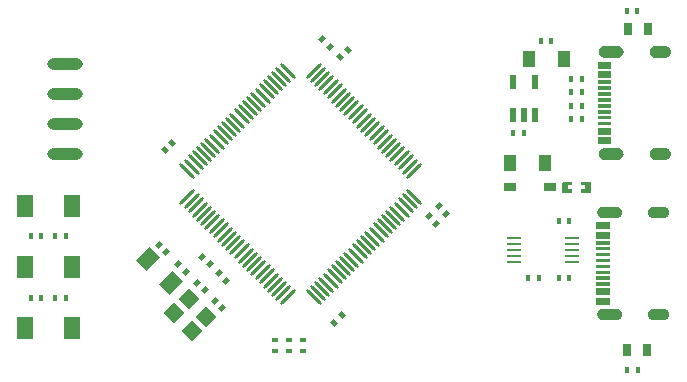
<source format=gtp>
G04*
G04 #@! TF.GenerationSoftware,Altium Limited,Altium Designer,20.2.6 (244)*
G04*
G04 Layer_Color=8421504*
%FSLAX25Y25*%
%MOIN*%
G70*
G04*
G04 #@! TF.SameCoordinates,BD9F10C3-12C2-414E-BCE1-0B8FED7F425F*
G04*
G04*
G04 #@! TF.FilePolarity,Positive*
G04*
G01*
G75*
G04:AMPARAMS|DCode=20|XSize=62.99mil|YSize=47.24mil|CornerRadius=0mil|HoleSize=0mil|Usage=FLASHONLY|Rotation=225.000|XOffset=0mil|YOffset=0mil|HoleType=Round|Shape=Rectangle|*
%AMROTATEDRECTD20*
4,1,4,0.00557,0.03897,0.03897,0.00557,-0.00557,-0.03897,-0.03897,-0.00557,0.00557,0.03897,0.0*
%
%ADD20ROTATEDRECTD20*%

G04:AMPARAMS|DCode=21|XSize=15.75mil|YSize=19.68mil|CornerRadius=0mil|HoleSize=0mil|Usage=FLASHONLY|Rotation=315.000|XOffset=0mil|YOffset=0mil|HoleType=Round|Shape=Rectangle|*
%AMROTATEDRECTD21*
4,1,4,-0.01253,-0.00139,0.00139,0.01253,0.01253,0.00139,-0.00139,-0.01253,-0.01253,-0.00139,0.0*
%
%ADD21ROTATEDRECTD21*%

%ADD22R,0.01575X0.01968*%
%ADD23R,0.03937X0.05512*%
%ADD24R,0.01968X0.04724*%
%ADD25R,0.03937X0.03150*%
%ADD26R,0.05827X0.07480*%
%ADD27O,0.11811X0.03937*%
G04:AMPARAMS|DCode=28|XSize=15.75mil|YSize=19.68mil|CornerRadius=0mil|HoleSize=0mil|Usage=FLASHONLY|Rotation=225.000|XOffset=0mil|YOffset=0mil|HoleType=Round|Shape=Rectangle|*
%AMROTATEDRECTD28*
4,1,4,-0.00139,0.01253,0.01253,-0.00139,0.00139,-0.01253,-0.01253,0.00139,-0.00139,0.01253,0.0*
%
%ADD28ROTATEDRECTD28*%

%ADD29R,0.01968X0.01575*%
%ADD30R,0.03150X0.03937*%
%ADD31R,0.04724X0.00984*%
%ADD32O,0.04724X0.00984*%
G04:AMPARAMS|DCode=33|XSize=11.81mil|YSize=70.87mil|CornerRadius=0mil|HoleSize=0mil|Usage=FLASHONLY|Rotation=45.000|XOffset=0mil|YOffset=0mil|HoleType=Round|Shape=Round|*
%AMOVALD33*
21,1,0.05906,0.01181,0.00000,0.00000,135.0*
1,1,0.01181,0.02088,-0.02088*
1,1,0.01181,-0.02088,0.02088*
%
%ADD33OVALD33*%

G04:AMPARAMS|DCode=34|XSize=11.81mil|YSize=70.87mil|CornerRadius=0mil|HoleSize=0mil|Usage=FLASHONLY|Rotation=135.000|XOffset=0mil|YOffset=0mil|HoleType=Round|Shape=Round|*
%AMOVALD34*
21,1,0.05906,0.01181,0.00000,0.00000,225.0*
1,1,0.01181,0.02088,0.02088*
1,1,0.01181,-0.02088,-0.02088*
%
%ADD34OVALD34*%

G04:AMPARAMS|DCode=35|XSize=51.18mil|YSize=47.24mil|CornerRadius=0mil|HoleSize=0mil|Usage=FLASHONLY|Rotation=135.000|XOffset=0mil|YOffset=0mil|HoleType=Round|Shape=Rectangle|*
%AMROTATEDRECTD35*
4,1,4,0.03480,-0.00139,0.00139,-0.03480,-0.03480,0.00139,-0.00139,0.03480,0.03480,-0.00139,0.0*
%
%ADD35ROTATEDRECTD35*%

G36*
X358974Y224974D02*
X359072Y224967D01*
X359169Y224955D01*
X359266Y224938D01*
X359362Y224916D01*
X359456Y224889D01*
X359549Y224858D01*
X359640Y224822D01*
X359730Y224782D01*
X359817Y224737D01*
X359902Y224688D01*
X359985Y224635D01*
X360064Y224577D01*
X360141Y224516D01*
X360215Y224451D01*
X360285Y224382D01*
X360352Y224310D01*
X360415Y224235D01*
X360474Y224157D01*
X360529Y224076D01*
X360581Y223992D01*
X360628Y223906D01*
X360670Y223818D01*
X360708Y223727D01*
X360742Y223635D01*
X360771Y223541D01*
X360795Y223446D01*
X360814Y223350D01*
X360829Y223253D01*
X360839Y223155D01*
X360844Y223057D01*
Y222959D01*
X360839Y222861D01*
X360829Y222763D01*
X360814Y222666D01*
X360795Y222570D01*
X360771Y222475D01*
X360742Y222381D01*
X360708Y222289D01*
X360670Y222198D01*
X360628Y222110D01*
X360581Y222024D01*
X360529Y221940D01*
X360474Y221859D01*
X360415Y221781D01*
X360352Y221706D01*
X360285Y221634D01*
X360215Y221565D01*
X360141Y221500D01*
X360064Y221439D01*
X359985Y221381D01*
X359902Y221328D01*
X359817Y221279D01*
X359730Y221234D01*
X359640Y221194D01*
X359549Y221158D01*
X359456Y221127D01*
X359362Y221100D01*
X359266Y221078D01*
X359169Y221061D01*
X359072Y221049D01*
X358974Y221042D01*
X358876Y221040D01*
X355726D01*
X355628Y221042D01*
X355530Y221049D01*
X355433Y221061D01*
X355336Y221078D01*
X355241Y221100D01*
X355146Y221127D01*
X355053Y221158D01*
X354962Y221194D01*
X354872Y221234D01*
X354785Y221279D01*
X354700Y221328D01*
X354617Y221381D01*
X354538Y221439D01*
X354461Y221500D01*
X354387Y221565D01*
X354317Y221634D01*
X354250Y221706D01*
X354187Y221781D01*
X354128Y221859D01*
X354073Y221940D01*
X354021Y222024D01*
X353975Y222110D01*
X353932Y222198D01*
X353894Y222289D01*
X353860Y222381D01*
X353831Y222475D01*
X353807Y222570D01*
X353788Y222666D01*
X353773Y222763D01*
X353763Y222861D01*
X353758Y222959D01*
Y223057D01*
X353763Y223155D01*
X353773Y223253D01*
X353788Y223350D01*
X353807Y223446D01*
X353831Y223541D01*
X353860Y223635D01*
X353894Y223727D01*
X353932Y223818D01*
X353975Y223906D01*
X354021Y223992D01*
X354073Y224076D01*
X354128Y224157D01*
X354187Y224235D01*
X354250Y224310D01*
X354317Y224382D01*
X354387Y224451D01*
X354461Y224516D01*
X354538Y224577D01*
X354617Y224635D01*
X354700Y224688D01*
X354785Y224737D01*
X354872Y224782D01*
X354962Y224822D01*
X355053Y224858D01*
X355146Y224889D01*
X355241Y224916D01*
X355336Y224938D01*
X355433Y224955D01*
X355530Y224967D01*
X355628Y224974D01*
X355726Y224976D01*
X358876D01*
X358974Y224974D01*
D02*
G37*
G36*
X343227D02*
X343324Y224967D01*
X343422Y224955D01*
X343518Y224938D01*
X343614Y224916D01*
X343709Y224889D01*
X343802Y224858D01*
X343893Y224822D01*
X343983Y224782D01*
X344070Y224737D01*
X344155Y224688D01*
X344237Y224635D01*
X344317Y224577D01*
X344394Y224516D01*
X344467Y224451D01*
X344538Y224382D01*
X344604Y224310D01*
X344667Y224235D01*
X344727Y224157D01*
X344782Y224076D01*
X344833Y223992D01*
X344880Y223906D01*
X344923Y223818D01*
X344961Y223727D01*
X344994Y223635D01*
X345023Y223541D01*
X345047Y223446D01*
X345067Y223350D01*
X345082Y223253D01*
X345091Y223155D01*
X345096Y223057D01*
Y222959D01*
X345091Y222861D01*
X345082Y222763D01*
X345067Y222666D01*
X345047Y222570D01*
X345023Y222475D01*
X344994Y222381D01*
X344961Y222289D01*
X344923Y222198D01*
X344880Y222110D01*
X344833Y222024D01*
X344782Y221940D01*
X344727Y221859D01*
X344667Y221781D01*
X344604Y221706D01*
X344538Y221634D01*
X344467Y221565D01*
X344394Y221500D01*
X344317Y221439D01*
X344237Y221381D01*
X344155Y221328D01*
X344070Y221279D01*
X343983Y221234D01*
X343893Y221194D01*
X343802Y221158D01*
X343709Y221127D01*
X343614Y221100D01*
X343518Y221078D01*
X343422Y221061D01*
X343324Y221049D01*
X343227Y221042D01*
X343128Y221040D01*
X338798D01*
X338700Y221042D01*
X338602Y221049D01*
X338504Y221061D01*
X338407Y221078D01*
X338312Y221100D01*
X338217Y221127D01*
X338124Y221158D01*
X338033Y221194D01*
X337944Y221234D01*
X337856Y221279D01*
X337771Y221328D01*
X337689Y221381D01*
X337609Y221439D01*
X337532Y221500D01*
X337459Y221565D01*
X337388Y221634D01*
X337322Y221706D01*
X337259Y221781D01*
X337199Y221859D01*
X337144Y221940D01*
X337093Y222024D01*
X337046Y222110D01*
X337003Y222198D01*
X336965Y222289D01*
X336932Y222381D01*
X336903Y222475D01*
X336878Y222570D01*
X336859Y222666D01*
X336844Y222763D01*
X336835Y222861D01*
X336830Y222959D01*
Y223057D01*
X336835Y223155D01*
X336844Y223253D01*
X336859Y223350D01*
X336878Y223446D01*
X336903Y223541D01*
X336932Y223635D01*
X336965Y223727D01*
X337003Y223818D01*
X337046Y223906D01*
X337093Y223992D01*
X337144Y224076D01*
X337199Y224157D01*
X337259Y224235D01*
X337322Y224310D01*
X337388Y224382D01*
X337459Y224451D01*
X337532Y224516D01*
X337609Y224577D01*
X337689Y224635D01*
X337771Y224688D01*
X337856Y224737D01*
X337944Y224782D01*
X338033Y224822D01*
X338124Y224858D01*
X338217Y224889D01*
X338312Y224916D01*
X338407Y224938D01*
X338504Y224955D01*
X338602Y224967D01*
X338700Y224974D01*
X338798Y224976D01*
X343128D01*
X343227Y224974D01*
D02*
G37*
G36*
X340963Y217417D02*
X336435D01*
Y219779D01*
X340963D01*
Y217417D01*
D02*
G37*
G36*
Y214267D02*
X336435D01*
Y216630D01*
X340963D01*
Y214267D01*
D02*
G37*
G36*
Y212299D02*
X336435D01*
Y213480D01*
X340963D01*
Y212299D01*
D02*
G37*
G36*
Y210330D02*
X336435D01*
Y211512D01*
X340963D01*
Y210330D01*
D02*
G37*
G36*
Y208362D02*
X336435D01*
Y209543D01*
X340963D01*
Y208362D01*
D02*
G37*
G36*
Y206393D02*
X336435D01*
Y207575D01*
X340963D01*
Y206393D01*
D02*
G37*
G36*
Y204425D02*
X336435D01*
Y205606D01*
X340963D01*
Y204425D01*
D02*
G37*
G36*
Y202456D02*
X336435D01*
Y203638D01*
X340963D01*
Y202456D01*
D02*
G37*
G36*
Y200488D02*
X336435D01*
Y201669D01*
X340963D01*
Y200488D01*
D02*
G37*
G36*
Y198519D02*
X336435D01*
Y199701D01*
X340963D01*
Y198519D01*
D02*
G37*
G36*
Y195370D02*
X336435D01*
Y197732D01*
X340963D01*
Y195370D01*
D02*
G37*
G36*
Y192220D02*
X336435D01*
Y194582D01*
X340963D01*
Y192220D01*
D02*
G37*
G36*
X358974Y190958D02*
X359072Y190951D01*
X359169Y190938D01*
X359266Y190921D01*
X359362Y190900D01*
X359456Y190873D01*
X359549Y190842D01*
X359640Y190806D01*
X359730Y190766D01*
X359817Y190721D01*
X359902Y190672D01*
X359985Y190619D01*
X360064Y190561D01*
X360141Y190500D01*
X360215Y190435D01*
X360285Y190366D01*
X360352Y190295D01*
X360415Y190219D01*
X360474Y190141D01*
X360529Y190060D01*
X360581Y189976D01*
X360628Y189890D01*
X360670Y189802D01*
X360708Y189711D01*
X360742Y189619D01*
X360771Y189525D01*
X360795Y189430D01*
X360814Y189334D01*
X360829Y189237D01*
X360839Y189139D01*
X360844Y189041D01*
Y188943D01*
X360839Y188845D01*
X360829Y188747D01*
X360814Y188650D01*
X360795Y188554D01*
X360771Y188459D01*
X360742Y188365D01*
X360708Y188273D01*
X360670Y188182D01*
X360628Y188094D01*
X360581Y188008D01*
X360529Y187924D01*
X360474Y187843D01*
X360415Y187765D01*
X360352Y187689D01*
X360285Y187618D01*
X360215Y187549D01*
X360141Y187484D01*
X360064Y187423D01*
X359985Y187365D01*
X359902Y187312D01*
X359817Y187263D01*
X359730Y187218D01*
X359640Y187178D01*
X359549Y187142D01*
X359456Y187111D01*
X359362Y187084D01*
X359266Y187063D01*
X359169Y187046D01*
X359072Y187033D01*
X358974Y187026D01*
X358876Y187023D01*
X355726D01*
X355628Y187026D01*
X355530Y187033D01*
X355433Y187046D01*
X355336Y187063D01*
X355241Y187084D01*
X355146Y187111D01*
X355053Y187142D01*
X354962Y187178D01*
X354872Y187218D01*
X354785Y187263D01*
X354700Y187312D01*
X354617Y187365D01*
X354538Y187423D01*
X354461Y187484D01*
X354387Y187549D01*
X354317Y187618D01*
X354250Y187689D01*
X354187Y187765D01*
X354128Y187843D01*
X354073Y187924D01*
X354021Y188008D01*
X353975Y188094D01*
X353932Y188182D01*
X353894Y188273D01*
X353860Y188365D01*
X353831Y188459D01*
X353807Y188554D01*
X353788Y188650D01*
X353773Y188747D01*
X353763Y188845D01*
X353758Y188943D01*
Y189041D01*
X353763Y189139D01*
X353773Y189237D01*
X353788Y189334D01*
X353807Y189430D01*
X353831Y189525D01*
X353860Y189619D01*
X353894Y189711D01*
X353932Y189802D01*
X353975Y189890D01*
X354021Y189976D01*
X354073Y190060D01*
X354128Y190141D01*
X354187Y190219D01*
X354250Y190295D01*
X354317Y190366D01*
X354387Y190435D01*
X354461Y190500D01*
X354538Y190561D01*
X354617Y190619D01*
X354700Y190672D01*
X354785Y190721D01*
X354872Y190766D01*
X354962Y190806D01*
X355053Y190842D01*
X355146Y190873D01*
X355241Y190900D01*
X355336Y190921D01*
X355433Y190938D01*
X355530Y190951D01*
X355628Y190958D01*
X355726Y190961D01*
X358876D01*
X358974Y190958D01*
D02*
G37*
G36*
X343227D02*
X343324Y190951D01*
X343422Y190938D01*
X343518Y190921D01*
X343614Y190900D01*
X343709Y190873D01*
X343802Y190842D01*
X343893Y190806D01*
X343983Y190766D01*
X344070Y190721D01*
X344155Y190672D01*
X344237Y190619D01*
X344317Y190561D01*
X344394Y190500D01*
X344467Y190435D01*
X344538Y190366D01*
X344604Y190295D01*
X344667Y190219D01*
X344727Y190141D01*
X344782Y190060D01*
X344833Y189976D01*
X344880Y189890D01*
X344923Y189802D01*
X344961Y189711D01*
X344994Y189619D01*
X345023Y189525D01*
X345047Y189430D01*
X345067Y189334D01*
X345082Y189237D01*
X345091Y189139D01*
X345096Y189041D01*
Y188943D01*
X345091Y188845D01*
X345082Y188747D01*
X345067Y188650D01*
X345047Y188554D01*
X345023Y188459D01*
X344994Y188365D01*
X344961Y188273D01*
X344923Y188182D01*
X344880Y188094D01*
X344833Y188008D01*
X344782Y187924D01*
X344727Y187843D01*
X344667Y187765D01*
X344604Y187689D01*
X344538Y187618D01*
X344467Y187549D01*
X344394Y187484D01*
X344317Y187423D01*
X344237Y187365D01*
X344155Y187312D01*
X344070Y187263D01*
X343983Y187218D01*
X343893Y187178D01*
X343802Y187142D01*
X343709Y187111D01*
X343614Y187084D01*
X343518Y187063D01*
X343422Y187046D01*
X343324Y187033D01*
X343227Y187026D01*
X343128Y187023D01*
X338798D01*
X338700Y187026D01*
X338602Y187033D01*
X338504Y187046D01*
X338407Y187063D01*
X338312Y187084D01*
X338217Y187111D01*
X338124Y187142D01*
X338033Y187178D01*
X337944Y187218D01*
X337856Y187263D01*
X337771Y187312D01*
X337689Y187365D01*
X337609Y187423D01*
X337532Y187484D01*
X337459Y187549D01*
X337388Y187618D01*
X337322Y187689D01*
X337259Y187765D01*
X337199Y187843D01*
X337144Y187924D01*
X337093Y188008D01*
X337046Y188094D01*
X337003Y188182D01*
X336965Y188273D01*
X336932Y188365D01*
X336903Y188459D01*
X336878Y188554D01*
X336859Y188650D01*
X336844Y188747D01*
X336835Y188845D01*
X336830Y188943D01*
Y189041D01*
X336835Y189139D01*
X336844Y189237D01*
X336859Y189334D01*
X336878Y189430D01*
X336903Y189525D01*
X336932Y189619D01*
X336965Y189711D01*
X337003Y189802D01*
X337046Y189890D01*
X337093Y189976D01*
X337144Y190060D01*
X337199Y190141D01*
X337259Y190219D01*
X337322Y190295D01*
X337388Y190366D01*
X337459Y190435D01*
X337532Y190500D01*
X337609Y190561D01*
X337689Y190619D01*
X337771Y190672D01*
X337856Y190721D01*
X337944Y190766D01*
X338033Y190806D01*
X338124Y190842D01*
X338217Y190873D01*
X338312Y190900D01*
X338407Y190921D01*
X338504Y190938D01*
X338602Y190951D01*
X338700Y190958D01*
X338798Y190961D01*
X343128D01*
X343227Y190958D01*
D02*
G37*
G36*
X334386Y179421D02*
Y176271D01*
X334189Y176075D01*
X331039D01*
X330842Y176271D01*
Y177224D01*
X332299D01*
Y178523D01*
X330842D01*
Y179421D01*
X331039Y179618D01*
X334189D01*
X334386Y179421D01*
D02*
G37*
G36*
X328087D02*
Y178523D01*
X326591D01*
Y177224D01*
X328087D01*
Y176271D01*
X327890Y176075D01*
X324780D01*
X324583Y176271D01*
Y179421D01*
X324780Y179618D01*
X327890D01*
X328087Y179421D01*
D02*
G37*
G36*
X358474Y171474D02*
X358572Y171467D01*
X358669Y171455D01*
X358766Y171438D01*
X358861Y171416D01*
X358956Y171389D01*
X359049Y171358D01*
X359140Y171322D01*
X359230Y171282D01*
X359317Y171237D01*
X359402Y171188D01*
X359485Y171134D01*
X359564Y171077D01*
X359641Y171016D01*
X359715Y170951D01*
X359785Y170882D01*
X359852Y170810D01*
X359915Y170735D01*
X359974Y170657D01*
X360029Y170576D01*
X360081Y170492D01*
X360127Y170406D01*
X360170Y170318D01*
X360208Y170227D01*
X360242Y170135D01*
X360271Y170041D01*
X360295Y169946D01*
X360314Y169850D01*
X360329Y169753D01*
X360339Y169655D01*
X360344Y169557D01*
Y169459D01*
X360339Y169361D01*
X360329Y169263D01*
X360314Y169166D01*
X360295Y169070D01*
X360271Y168975D01*
X360242Y168881D01*
X360208Y168789D01*
X360170Y168698D01*
X360127Y168610D01*
X360081Y168524D01*
X360029Y168440D01*
X359974Y168359D01*
X359915Y168281D01*
X359852Y168205D01*
X359785Y168133D01*
X359715Y168065D01*
X359641Y168000D01*
X359564Y167939D01*
X359485Y167882D01*
X359402Y167828D01*
X359317Y167779D01*
X359230Y167734D01*
X359140Y167694D01*
X359049Y167658D01*
X358956Y167627D01*
X358861Y167600D01*
X358766Y167578D01*
X358669Y167561D01*
X358572Y167549D01*
X358474Y167542D01*
X358376Y167540D01*
X355226D01*
X355128Y167542D01*
X355030Y167549D01*
X354933Y167561D01*
X354836Y167578D01*
X354741Y167600D01*
X354646Y167627D01*
X354553Y167658D01*
X354462Y167694D01*
X354372Y167734D01*
X354285Y167779D01*
X354200Y167828D01*
X354117Y167882D01*
X354038Y167939D01*
X353961Y168000D01*
X353887Y168065D01*
X353817Y168133D01*
X353750Y168205D01*
X353687Y168281D01*
X353628Y168359D01*
X353573Y168440D01*
X353521Y168524D01*
X353474Y168610D01*
X353432Y168698D01*
X353394Y168789D01*
X353360Y168881D01*
X353331Y168975D01*
X353307Y169070D01*
X353288Y169166D01*
X353273Y169263D01*
X353263Y169361D01*
X353258Y169459D01*
Y169557D01*
X353263Y169655D01*
X353273Y169753D01*
X353288Y169850D01*
X353307Y169946D01*
X353331Y170041D01*
X353360Y170135D01*
X353394Y170227D01*
X353432Y170318D01*
X353474Y170406D01*
X353521Y170492D01*
X353573Y170576D01*
X353628Y170657D01*
X353687Y170735D01*
X353750Y170810D01*
X353817Y170882D01*
X353887Y170951D01*
X353961Y171016D01*
X354038Y171077D01*
X354117Y171134D01*
X354200Y171188D01*
X354285Y171237D01*
X354372Y171282D01*
X354462Y171322D01*
X354553Y171358D01*
X354646Y171389D01*
X354741Y171416D01*
X354836Y171438D01*
X354933Y171455D01*
X355030Y171467D01*
X355128Y171474D01*
X355226Y171476D01*
X358376D01*
X358474Y171474D01*
D02*
G37*
G36*
X342726D02*
X342824Y171467D01*
X342922Y171455D01*
X343019Y171438D01*
X343114Y171416D01*
X343209Y171389D01*
X343302Y171358D01*
X343393Y171322D01*
X343482Y171282D01*
X343570Y171237D01*
X343655Y171188D01*
X343737Y171134D01*
X343817Y171077D01*
X343894Y171016D01*
X343967Y170951D01*
X344038Y170882D01*
X344104Y170810D01*
X344167Y170735D01*
X344227Y170657D01*
X344282Y170576D01*
X344333Y170492D01*
X344380Y170406D01*
X344423Y170318D01*
X344461Y170227D01*
X344494Y170135D01*
X344523Y170041D01*
X344548Y169946D01*
X344567Y169850D01*
X344582Y169753D01*
X344591Y169655D01*
X344596Y169557D01*
Y169459D01*
X344591Y169361D01*
X344582Y169263D01*
X344567Y169166D01*
X344548Y169070D01*
X344523Y168975D01*
X344494Y168881D01*
X344461Y168789D01*
X344423Y168698D01*
X344380Y168610D01*
X344333Y168524D01*
X344282Y168440D01*
X344227Y168359D01*
X344167Y168281D01*
X344104Y168205D01*
X344038Y168133D01*
X343967Y168065D01*
X343894Y168000D01*
X343817Y167939D01*
X343737Y167882D01*
X343655Y167828D01*
X343570Y167779D01*
X343482Y167734D01*
X343393Y167694D01*
X343302Y167658D01*
X343209Y167627D01*
X343114Y167600D01*
X343019Y167578D01*
X342922Y167561D01*
X342824Y167549D01*
X342726Y167542D01*
X342628Y167540D01*
X338298D01*
X338199Y167542D01*
X338102Y167549D01*
X338004Y167561D01*
X337908Y167578D01*
X337812Y167600D01*
X337717Y167627D01*
X337624Y167658D01*
X337533Y167694D01*
X337443Y167734D01*
X337356Y167779D01*
X337271Y167828D01*
X337189Y167882D01*
X337109Y167939D01*
X337032Y168000D01*
X336959Y168065D01*
X336888Y168133D01*
X336822Y168205D01*
X336759Y168281D01*
X336699Y168359D01*
X336644Y168440D01*
X336593Y168524D01*
X336546Y168610D01*
X336503Y168698D01*
X336465Y168789D01*
X336432Y168881D01*
X336403Y168975D01*
X336379Y169070D01*
X336359Y169166D01*
X336344Y169263D01*
X336335Y169361D01*
X336330Y169459D01*
Y169557D01*
X336335Y169655D01*
X336344Y169753D01*
X336359Y169850D01*
X336379Y169946D01*
X336403Y170041D01*
X336432Y170135D01*
X336465Y170227D01*
X336503Y170318D01*
X336546Y170406D01*
X336593Y170492D01*
X336644Y170576D01*
X336699Y170657D01*
X336759Y170735D01*
X336822Y170810D01*
X336888Y170882D01*
X336959Y170951D01*
X337032Y171016D01*
X337109Y171077D01*
X337189Y171134D01*
X337271Y171188D01*
X337356Y171237D01*
X337443Y171282D01*
X337533Y171322D01*
X337624Y171358D01*
X337717Y171389D01*
X337812Y171416D01*
X337908Y171438D01*
X338004Y171455D01*
X338102Y171467D01*
X338199Y171474D01*
X338298Y171476D01*
X342628D01*
X342726Y171474D01*
D02*
G37*
G36*
X340463Y163917D02*
X335935D01*
Y166279D01*
X340463D01*
Y163917D01*
D02*
G37*
G36*
Y160767D02*
X335935D01*
Y163130D01*
X340463D01*
Y160767D01*
D02*
G37*
G36*
Y158799D02*
X335935D01*
Y159980D01*
X340463D01*
Y158799D01*
D02*
G37*
G36*
Y156830D02*
X335935D01*
Y158012D01*
X340463D01*
Y156830D01*
D02*
G37*
G36*
Y154862D02*
X335935D01*
Y156043D01*
X340463D01*
Y154862D01*
D02*
G37*
G36*
Y152893D02*
X335935D01*
Y154075D01*
X340463D01*
Y152893D01*
D02*
G37*
G36*
Y150925D02*
X335935D01*
Y152106D01*
X340463D01*
Y150925D01*
D02*
G37*
G36*
Y148956D02*
X335935D01*
Y150138D01*
X340463D01*
Y148956D01*
D02*
G37*
G36*
Y146988D02*
X335935D01*
Y148169D01*
X340463D01*
Y146988D01*
D02*
G37*
G36*
Y145019D02*
X335935D01*
Y146201D01*
X340463D01*
Y145019D01*
D02*
G37*
G36*
Y141870D02*
X335935D01*
Y144232D01*
X340463D01*
Y141870D01*
D02*
G37*
G36*
Y138720D02*
X335935D01*
Y141083D01*
X340463D01*
Y138720D01*
D02*
G37*
G36*
X358474Y137458D02*
X358572Y137451D01*
X358669Y137438D01*
X358766Y137422D01*
X358861Y137400D01*
X358956Y137373D01*
X359049Y137342D01*
X359140Y137306D01*
X359230Y137266D01*
X359317Y137221D01*
X359402Y137172D01*
X359485Y137118D01*
X359564Y137061D01*
X359641Y137000D01*
X359715Y136935D01*
X359785Y136866D01*
X359852Y136794D01*
X359915Y136719D01*
X359974Y136641D01*
X360029Y136560D01*
X360081Y136476D01*
X360127Y136390D01*
X360170Y136302D01*
X360208Y136211D01*
X360242Y136119D01*
X360271Y136025D01*
X360295Y135930D01*
X360314Y135834D01*
X360329Y135737D01*
X360339Y135639D01*
X360344Y135541D01*
Y135443D01*
X360339Y135345D01*
X360329Y135247D01*
X360314Y135150D01*
X360295Y135054D01*
X360271Y134959D01*
X360242Y134865D01*
X360208Y134773D01*
X360170Y134682D01*
X360127Y134594D01*
X360081Y134508D01*
X360029Y134424D01*
X359974Y134343D01*
X359915Y134265D01*
X359852Y134189D01*
X359785Y134117D01*
X359715Y134049D01*
X359641Y133984D01*
X359564Y133923D01*
X359485Y133865D01*
X359402Y133812D01*
X359317Y133763D01*
X359230Y133718D01*
X359140Y133678D01*
X359049Y133642D01*
X358956Y133611D01*
X358861Y133584D01*
X358766Y133563D01*
X358669Y133545D01*
X358572Y133533D01*
X358474Y133526D01*
X358376Y133523D01*
X355226D01*
X355128Y133526D01*
X355030Y133533D01*
X354933Y133545D01*
X354836Y133563D01*
X354741Y133584D01*
X354646Y133611D01*
X354553Y133642D01*
X354462Y133678D01*
X354372Y133718D01*
X354285Y133763D01*
X354200Y133812D01*
X354117Y133865D01*
X354038Y133923D01*
X353961Y133984D01*
X353887Y134049D01*
X353817Y134117D01*
X353750Y134189D01*
X353687Y134265D01*
X353628Y134343D01*
X353573Y134424D01*
X353521Y134508D01*
X353474Y134594D01*
X353432Y134682D01*
X353394Y134773D01*
X353360Y134865D01*
X353331Y134959D01*
X353307Y135054D01*
X353288Y135150D01*
X353273Y135247D01*
X353263Y135345D01*
X353258Y135443D01*
Y135541D01*
X353263Y135639D01*
X353273Y135737D01*
X353288Y135834D01*
X353307Y135930D01*
X353331Y136025D01*
X353360Y136119D01*
X353394Y136211D01*
X353432Y136302D01*
X353474Y136390D01*
X353521Y136476D01*
X353573Y136560D01*
X353628Y136641D01*
X353687Y136719D01*
X353750Y136794D01*
X353817Y136866D01*
X353887Y136935D01*
X353961Y137000D01*
X354038Y137061D01*
X354117Y137118D01*
X354200Y137172D01*
X354285Y137221D01*
X354372Y137266D01*
X354462Y137306D01*
X354553Y137342D01*
X354646Y137373D01*
X354741Y137400D01*
X354836Y137422D01*
X354933Y137438D01*
X355030Y137451D01*
X355128Y137458D01*
X355226Y137460D01*
X358376D01*
X358474Y137458D01*
D02*
G37*
G36*
X342726D02*
X342824Y137451D01*
X342922Y137438D01*
X343019Y137422D01*
X343114Y137400D01*
X343209Y137373D01*
X343302Y137342D01*
X343393Y137306D01*
X343482Y137266D01*
X343570Y137221D01*
X343655Y137172D01*
X343737Y137118D01*
X343817Y137061D01*
X343894Y137000D01*
X343967Y136935D01*
X344038Y136866D01*
X344104Y136794D01*
X344167Y136719D01*
X344227Y136641D01*
X344282Y136560D01*
X344333Y136476D01*
X344380Y136390D01*
X344423Y136302D01*
X344461Y136211D01*
X344494Y136119D01*
X344523Y136025D01*
X344548Y135930D01*
X344567Y135834D01*
X344582Y135737D01*
X344591Y135639D01*
X344596Y135541D01*
Y135443D01*
X344591Y135345D01*
X344582Y135247D01*
X344567Y135150D01*
X344548Y135054D01*
X344523Y134959D01*
X344494Y134865D01*
X344461Y134773D01*
X344423Y134682D01*
X344380Y134594D01*
X344333Y134508D01*
X344282Y134424D01*
X344227Y134343D01*
X344167Y134265D01*
X344104Y134189D01*
X344038Y134117D01*
X343967Y134049D01*
X343894Y133984D01*
X343817Y133923D01*
X343737Y133865D01*
X343655Y133812D01*
X343570Y133763D01*
X343482Y133718D01*
X343393Y133678D01*
X343302Y133642D01*
X343209Y133611D01*
X343114Y133584D01*
X343019Y133563D01*
X342922Y133545D01*
X342824Y133533D01*
X342726Y133526D01*
X342628Y133523D01*
X338298D01*
X338199Y133526D01*
X338102Y133533D01*
X338004Y133545D01*
X337908Y133563D01*
X337812Y133584D01*
X337717Y133611D01*
X337624Y133642D01*
X337533Y133678D01*
X337443Y133718D01*
X337356Y133763D01*
X337271Y133812D01*
X337189Y133865D01*
X337109Y133923D01*
X337032Y133984D01*
X336959Y134049D01*
X336888Y134117D01*
X336822Y134189D01*
X336759Y134265D01*
X336699Y134343D01*
X336644Y134424D01*
X336593Y134508D01*
X336546Y134594D01*
X336503Y134682D01*
X336465Y134773D01*
X336432Y134865D01*
X336403Y134959D01*
X336379Y135054D01*
X336359Y135150D01*
X336344Y135247D01*
X336335Y135345D01*
X336330Y135443D01*
Y135541D01*
X336335Y135639D01*
X336344Y135737D01*
X336359Y135834D01*
X336379Y135930D01*
X336403Y136025D01*
X336432Y136119D01*
X336465Y136211D01*
X336503Y136302D01*
X336546Y136390D01*
X336593Y136476D01*
X336644Y136560D01*
X336699Y136641D01*
X336759Y136719D01*
X336822Y136794D01*
X336888Y136866D01*
X336959Y136935D01*
X337032Y137000D01*
X337109Y137061D01*
X337189Y137118D01*
X337271Y137172D01*
X337356Y137221D01*
X337443Y137266D01*
X337533Y137306D01*
X337624Y137342D01*
X337717Y137373D01*
X337812Y137400D01*
X337908Y137422D01*
X338004Y137438D01*
X338102Y137451D01*
X338199Y137458D01*
X338298Y137460D01*
X342628D01*
X342726Y137458D01*
D02*
G37*
D20*
X194255Y146047D02*
D03*
X186461Y153842D02*
D03*
D21*
X190247Y158753D02*
D03*
X192752Y156247D02*
D03*
X280248Y168253D02*
D03*
X282753Y165747D02*
D03*
X199253Y149747D02*
D03*
X196748Y152253D02*
D03*
X204748Y154753D02*
D03*
X207253Y152247D02*
D03*
X283495Y171505D02*
D03*
X286000Y169000D02*
D03*
X244747Y227253D02*
D03*
X247252Y224747D02*
D03*
X202964Y146037D02*
D03*
X205469Y143532D02*
D03*
X212620Y146799D02*
D03*
X210115Y149305D02*
D03*
X211367Y137634D02*
D03*
X208862Y140140D02*
D03*
D22*
X316772Y147500D02*
D03*
X313229Y147500D02*
D03*
X346210Y236494D02*
D03*
X349753Y236494D02*
D03*
X349772Y117000D02*
D03*
X346229Y117000D02*
D03*
X317457Y226500D02*
D03*
X321000Y226500D02*
D03*
X308380Y195889D02*
D03*
X311923Y195888D02*
D03*
X155728Y161500D02*
D03*
X159271Y161500D02*
D03*
X147500Y161500D02*
D03*
X151043Y161500D02*
D03*
X323497Y166500D02*
D03*
X327040Y166500D02*
D03*
X155729Y141000D02*
D03*
X159272Y141000D02*
D03*
X331256Y214000D02*
D03*
X327713Y214000D02*
D03*
X327713Y205000D02*
D03*
X331256Y205000D02*
D03*
X331256Y200500D02*
D03*
X327713Y200500D02*
D03*
X327713Y209500D02*
D03*
X331256Y209500D02*
D03*
X327040Y147500D02*
D03*
X323497Y147501D02*
D03*
X147500Y141000D02*
D03*
X151043Y141000D02*
D03*
D23*
X313595Y220500D02*
D03*
X325406D02*
D03*
X307199Y186000D02*
D03*
X319009D02*
D03*
D24*
X315619Y213012D02*
D03*
X308138D02*
D03*
X311878Y201988D02*
D03*
X308138D02*
D03*
X315619D02*
D03*
D25*
X307199Y177846D02*
D03*
X320698D02*
D03*
D26*
X145626Y171500D02*
D03*
X161374D02*
D03*
Y131000D02*
D03*
X145626D02*
D03*
X161374Y151250D02*
D03*
X145626D02*
D03*
D27*
X159000Y189000D02*
D03*
Y199000D02*
D03*
Y209000D02*
D03*
Y219000D02*
D03*
D28*
X248747Y132748D02*
D03*
X251253Y135253D02*
D03*
X253253Y223753D02*
D03*
X250747Y221248D02*
D03*
X192247Y190247D02*
D03*
X194753Y192752D02*
D03*
D29*
X238113Y123457D02*
D03*
X238113Y127000D02*
D03*
X233564D02*
D03*
X233564Y123457D02*
D03*
X229016Y127000D02*
D03*
X229015Y123457D02*
D03*
D30*
X346153Y123500D02*
D03*
X352847D02*
D03*
X353346Y230532D02*
D03*
X346654D02*
D03*
D31*
X327830Y153079D02*
D03*
D32*
Y155048D02*
D03*
Y157016D02*
D03*
Y158984D02*
D03*
Y160953D02*
D03*
X308538D02*
D03*
Y158984D02*
D03*
Y157016D02*
D03*
Y155047D02*
D03*
Y153079D02*
D03*
D33*
X199708Y183385D02*
D03*
X201100Y184777D02*
D03*
X202492Y186169D02*
D03*
X203884Y187561D02*
D03*
X205276Y188953D02*
D03*
X206668Y190345D02*
D03*
X208060Y191737D02*
D03*
X209452Y193129D02*
D03*
X210844Y194521D02*
D03*
X212236Y195913D02*
D03*
X213628Y197305D02*
D03*
X215019Y198697D02*
D03*
X216411Y200089D02*
D03*
X217803Y201481D02*
D03*
X219195Y202872D02*
D03*
X220587Y204264D02*
D03*
X221979Y205656D02*
D03*
X223371Y207048D02*
D03*
X224763Y208440D02*
D03*
X226155Y209832D02*
D03*
X227547Y211224D02*
D03*
X228939Y212616D02*
D03*
X230331Y214008D02*
D03*
X231723Y215400D02*
D03*
X233115Y216792D02*
D03*
X275293Y174614D02*
D03*
X273901Y173222D02*
D03*
X272509Y171830D02*
D03*
X271117Y170438D02*
D03*
X269725Y169046D02*
D03*
X268333Y167654D02*
D03*
X266941Y166262D02*
D03*
X265549Y164870D02*
D03*
X264157Y163478D02*
D03*
X262765Y162086D02*
D03*
X261373Y160694D02*
D03*
X259981Y159302D02*
D03*
X258590Y157911D02*
D03*
X257198Y156519D02*
D03*
X255806Y155127D02*
D03*
X254414Y153735D02*
D03*
X253022Y152343D02*
D03*
X251630Y150951D02*
D03*
X250238Y149559D02*
D03*
X248846Y148167D02*
D03*
X247454Y146775D02*
D03*
X246062Y145383D02*
D03*
X244670Y143991D02*
D03*
X243278Y142599D02*
D03*
X241886Y141207D02*
D03*
D34*
Y216792D02*
D03*
X243278Y215400D02*
D03*
X244670Y214008D02*
D03*
X246062Y212616D02*
D03*
X247454Y211224D02*
D03*
X248846Y209832D02*
D03*
X250238Y208440D02*
D03*
X251630Y207048D02*
D03*
X253022Y205656D02*
D03*
X254414Y204264D02*
D03*
X255806Y202872D02*
D03*
X257198Y201481D02*
D03*
X258590Y200089D02*
D03*
X259981Y198697D02*
D03*
X261373Y197305D02*
D03*
X262765Y195913D02*
D03*
X264157Y194521D02*
D03*
X265549Y193129D02*
D03*
X266941Y191737D02*
D03*
X268333Y190345D02*
D03*
X269725Y188953D02*
D03*
X271117Y187561D02*
D03*
X272509Y186169D02*
D03*
X273901Y184777D02*
D03*
X275293Y183385D02*
D03*
X233115Y141207D02*
D03*
X231723Y142599D02*
D03*
X230331Y143991D02*
D03*
X228939Y145383D02*
D03*
X227547Y146775D02*
D03*
X226155Y148167D02*
D03*
X224763Y149559D02*
D03*
X223371Y150951D02*
D03*
X221979Y152343D02*
D03*
X220587Y153735D02*
D03*
X219195Y155127D02*
D03*
X217803Y156519D02*
D03*
X216411Y157911D02*
D03*
X215019Y159302D02*
D03*
X213628Y160694D02*
D03*
X212236Y162086D02*
D03*
X210844Y163478D02*
D03*
X209452Y164870D02*
D03*
X208060Y166262D02*
D03*
X206668Y167654D02*
D03*
X205276Y169046D02*
D03*
X203884Y170438D02*
D03*
X202492Y171830D02*
D03*
X201100Y173222D02*
D03*
X199708Y174614D02*
D03*
D35*
X195389Y135832D02*
D03*
X201235Y129986D02*
D03*
X205968Y134718D02*
D03*
X200122Y140564D02*
D03*
M02*

</source>
